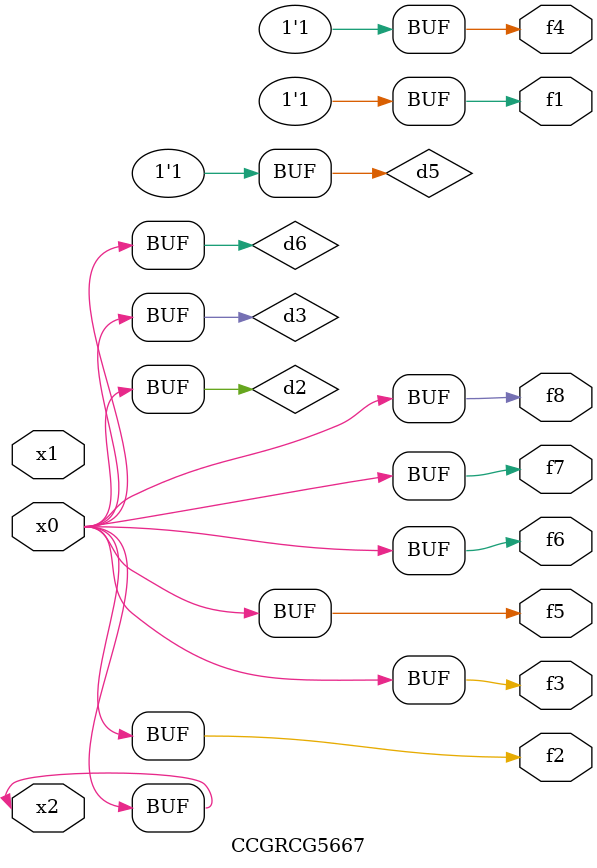
<source format=v>
module CCGRCG5667(
	input x0, x1, x2,
	output f1, f2, f3, f4, f5, f6, f7, f8
);

	wire d1, d2, d3, d4, d5, d6;

	xnor (d1, x2);
	buf (d2, x0, x2);
	and (d3, x0);
	xnor (d4, x1, x2);
	nand (d5, d1, d3);
	buf (d6, d2, d3);
	assign f1 = d5;
	assign f2 = d6;
	assign f3 = d6;
	assign f4 = d5;
	assign f5 = d6;
	assign f6 = d6;
	assign f7 = d6;
	assign f8 = d6;
endmodule

</source>
